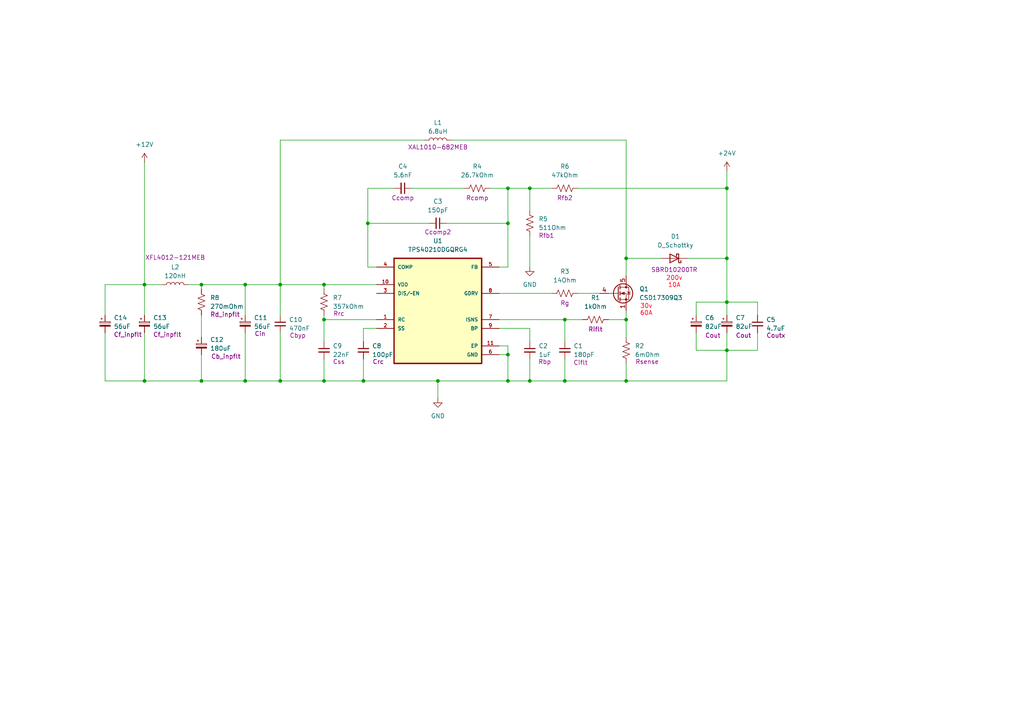
<source format=kicad_sch>
(kicad_sch (version 20231120) (generator "eeschema") (generator_version "8.0")
  (paper "A4")
  (lib_symbols
    (symbol "Device:C_Polarized_Small" (pin_numbers hide) (pin_names (offset 0.254) hide)
      (property "Reference" "C" (at 0.254 1.778 0))
      (property "Value" "C_Polarized_Small" (at 0.254 -2.032 0))
      (symbol "C_Polarized_Small_0_1"
        (rectangle (start -1.524 -0.3048) (end 1.524 -0.6858) (fill (type outline)))
        (rectangle (start -1.524 0.6858) (end 1.524 0.3048))
        (polyline (pts (xy -1.27 1.524) (xy -0.762 1.524)))
        (polyline (pts (xy -1.016 1.27) (xy -1.016 1.778)))
      )
      (symbol "C_Polarized_Small_1_1"
        (pin passive line (at 0 2.54 270) (length 1.8542) (name "~") (number "1"))
        (pin passive line (at 0 -2.54 90) (length 1.8542) (name "~") (number "2"))
      )
    )
    (symbol "Device:C_Small" (pin_numbers hide) (pin_names (offset 0.254) hide)
      (property "Reference" "C" (at 0.254 1.778 0))
      (property "Value" "C_Small" (at 0.254 -2.032 0))
      (symbol "C_Small_0_1"
        (polyline (pts (xy -1.524 -0.508) (xy 1.524 -0.508)) (stroke (width 0.3302)))
        (polyline (pts (xy -1.524 0.508) (xy 1.524 0.508)) (stroke (width 0.3048)))
      )
      (symbol "C_Small_1_1"
        (pin passive line (at 0 2.54 270) (length 2.032) (name "~") (number "1"))
        (pin passive line (at 0 -2.54 90) (length 2.032) (name "~") (number "2"))
      )
    )
    (symbol "Device:D_Schottky" (pin_numbers hide) (pin_names (offset 1.016) hide)
      (property "Reference" "D" (at 0 2.54 0))
      (property "Value" "D_Schottky" (at 0 -2.54 0))
      (symbol "D_Schottky_0_1"
        (polyline (pts (xy 1.27 0) (xy -1.27 0)))
        (polyline (pts (xy 1.27 1.27) (xy 1.27 -1.27) (xy -1.27 0) (xy 1.27 1.27)) (stroke (width 0.254)))
        (polyline (pts (xy -1.905 0.635) (xy -1.905 1.27) (xy -1.27 1.27) (xy -1.27 -1.27) (xy -0.635 -1.27) (xy -0.635 -0.635)) (stroke (width 0.254)))
      )
      (symbol "D_Schottky_1_1"
        (pin passive line (at -3.81 0 0) (length 2.54) (name "K") (number "1"))
        (pin passive line (at 3.81 0 180) (length 2.54) (name "A") (number "2"))
      )
    )
    (symbol "Device:L" (pin_numbers hide) (pin_names (offset 1.016) hide)
      (property "Reference" "L" (at -1.27 0 90))
      (property "Value" "L" (at 1.905 0 90))
      (symbol "L_0_1"
        (arc (start 0 -2.54) (mid 0.6323 -1.905) (end 0 -1.27))
        (arc (start 0 -1.27) (mid 0.6323 -0.635) (end 0 0))
        (arc (start 0 0) (mid 0.6323 0.635) (end 0 1.27))
        (arc (start 0 1.27) (mid 0.6323 1.905) (end 0 2.54))
      )
      (symbol "L_1_1"
        (pin passive line (at 0 3.81 270) (length 1.27) (name "1") (number "1"))
        (pin passive line (at 0 -3.81 90) (length 1.27) (name "2") (number "2"))
      )
    )
    (symbol "Device:R_US" (pin_numbers hide) (pin_names (offset 0))
      (property "Reference" "R" (at 2.54 0 90))
      (property "Value" "R_US" (at -2.54 0 90))
      (symbol "R_US_0_1"
        (polyline (pts (xy 0 -2.286) (xy 0 -2.54)))
        (polyline (pts (xy 0 2.286) (xy 0 2.54)))
        (polyline (pts (xy 0 -0.762) (xy 1.016 -1.143) (xy 0 -1.524) (xy -1.016 -1.905) (xy 0 -2.286)))
        (polyline (pts (xy 0 0.762) (xy 1.016 0.381) (xy 0 0) (xy -1.016 -0.381) (xy 0 -0.762)))
        (polyline (pts (xy 0 2.286) (xy 1.016 1.905) (xy 0 1.524) (xy -1.016 1.143) (xy 0 0.762)))
      )
      (symbol "R_US_1_1"
        (pin passive line (at 0 3.81 270) (length 1.27) (name "~") (number "1"))
        (pin passive line (at 0 -3.81 90) (length 1.27) (name "~") (number "2"))
      )
    )
    (symbol "TSP40210:TPS40210DGQRG4" (pin_names (offset 1.016))
      (property "Reference" "U" (at -12.7 16.24 0))
      (property "Value" "TPS40210DGQRG4" (at -12.7 -19.24 0))
      (symbol "TPS40210DGQRG4_0_0"
        (rectangle (start -12.7 -15.24) (end 12.7 15.24) (stroke (width 0.41)) (fill (type background)))
        (pin input line (at -17.78 -2.54 0) (length 5.08) (name "RC") (number "1"))
        (pin power_in line (at -17.78 7.62 0) (length 5.08) (name "VDD") (number "10"))
        (pin bidirectional line (at 17.78 -10.16 180) (length 5.08) (name "EP") (number "11"))
        (pin input line (at -17.78 -5.08 0) (length 5.08) (name "SS") (number "2"))
        (pin input line (at -17.78 5.08 0) (length 5.08) (name "DIS/~EN") (number "3"))
        (pin output line (at -17.78 12.7 0) (length 5.08) (name "COMP") (number "4"))
        (pin input line (at 17.78 12.7 180) (length 5.08) (name "FB") (number "5"))
        (pin power_in line (at 17.78 -12.7 180) (length 5.08) (name "GND") (number "6"))
        (pin input line (at 17.78 -2.54 180) (length 5.08) (name "ISNS") (number "7"))
        (pin output line (at 17.78 5.08 180) (length 5.08) (name "GDRV") (number "8"))
        (pin output line (at 17.78 -5.08 180) (length 5.08) (name "BP") (number "9"))
      )
    )
    (symbol "Transistor_FET:CSD17307Q5A" (pin_names hide)
      (property "Reference" "Q" (at 5.08 1.905 0))
      (property "Value" "CSD17307Q5A" (at 5.08 0 0))
      (symbol "CSD17307Q5A_0_1"
        (polyline (pts (xy 0.254 0) (xy -2.54 0)))
        (polyline (pts (xy 0.254 1.905) (xy 0.254 -1.905)) (stroke (width 0.254)))
        (polyline (pts (xy 0.762 -1.27) (xy 0.762 -2.286)) (stroke (width 0.254)))
        (polyline (pts (xy 0.762 0.508) (xy 0.762 -0.508)) (stroke (width 0.254)))
        (polyline (pts (xy 0.762 2.286) (xy 0.762 1.27)) (stroke (width 0.254)))
        (polyline (pts (xy 2.54 2.54) (xy 2.54 1.778)))
        (polyline (pts (xy 2.54 -2.54) (xy 2.54 0) (xy 0.762 0)))
        (polyline (pts (xy 0.762 -1.778) (xy 3.302 -1.778) (xy 3.302 1.778) (xy 0.762 1.778)))
        (polyline (pts (xy 1.016 0) (xy 2.032 0.381) (xy 2.032 -0.381) (xy 1.016 0)) (fill (type outline)))
        (polyline (pts (xy 2.794 0.508) (xy 2.921 0.381) (xy 3.683 0.381) (xy 3.81 0.254)))
        (polyline (pts (xy 3.302 0.381) (xy 2.921 -0.254) (xy 3.683 -0.254) (xy 3.302 0.381)))
        (circle (center 1.651 0) (radius 2.794) (stroke (width 0.254)))
        (circle (center 2.54 -1.778) (radius 0.254) (fill (type outline)))
        (circle (center 2.54 1.778) (radius 0.254) (fill (type outline)))
      )
      (symbol "CSD17307Q5A_1_1"
        (pin passive line (at 2.54 -5.08 90) (length 2.54) (name "S") (number "1"))
        (pin passive line (at 2.54 -5.08 90) (length 2.54) hide (name "S") (number "2"))
        (pin passive line (at 2.54 -5.08 90) (length 2.54) hide (name "S") (number "3"))
        (pin passive line (at -5.08 0 0) (length 2.54) (name "G") (number "4"))
        (pin passive line (at 2.54 5.08 270) (length 2.54) (name "D") (number "5"))
      )
    )
    (symbol "power:+12V" (power) (pin_numbers hide) (pin_names (offset 0) hide)
      (property "Value" "+12V" (at 0 3.556 0))
      (symbol "+12V_0_1"
        (polyline (pts (xy -0.762 1.27) (xy 0 2.54)))
        (polyline (pts (xy 0 0) (xy 0 2.54)))
        (polyline (pts (xy 0 2.54) (xy 0.762 1.27)))
      )
      (symbol "+12V_1_1"
        (pin power_in line (at 0 0 90) (length 0) (name "~") (number "1"))
      )
    )
    (symbol "power:+24V" (power) (pin_numbers hide) (pin_names (offset 0) hide)
      (property "Value" "+24V" (at 0 3.556 0))
      (symbol "+24V_0_1"
        (polyline (pts (xy -0.762 1.27) (xy 0 2.54)))
        (polyline (pts (xy 0 0) (xy 0 2.54)))
        (polyline (pts (xy 0 2.54) (xy 0.762 1.27)))
      )
      (symbol "+24V_1_1"
        (pin power_in line (at 0 0 90) (length 0) (name "~") (number "1"))
      )
    )
    (symbol "power:GND" (power) (pin_numbers hide) (pin_names (offset 0) hide)
      (property "Value" "GND" (at 0 -3.81 0))
      (symbol "GND_0_1"
        (polyline (pts (xy 0 0) (xy 0 -1.27) (xy 1.27 -1.27) (xy 0 -2.54) (xy -1.27 -1.27) (xy 0 -1.27)))
      )
      (symbol "GND_1_1"
        (pin power_in line (at 0 0 270) (length 0) (name "~") (number "1"))
      )
    )
  )
  (junction (at 210.82 74.93))
  (junction (at 147.32 64.77))
  (junction (at 181.61 74.93))
  (junction (at 181.61 92.71))
  (junction (at 93.98 92.71))
  (junction (at 81.28 82.55))
  (junction (at 210.82 87.63))
  (junction (at 181.61 110.49))
  (junction (at 163.83 92.71))
  (junction (at 153.67 110.49))
  (junction (at 71.12 110.49))
  (junction (at 147.32 102.87))
  (junction (at 58.42 110.49))
  (junction (at 106.68 64.77))
  (junction (at 163.83 110.49))
  (junction (at 71.12 82.55))
  (junction (at 147.32 54.61))
  (junction (at 41.91 110.49))
  (junction (at 127 110.49))
  (junction (at 210.82 101.6))
  (junction (at 58.42 82.55))
  (junction (at 81.28 110.49))
  (junction (at 93.98 110.49))
  (junction (at 41.91 82.55))
  (junction (at 147.32 110.49))
  (junction (at 210.82 54.61))
  (junction (at 93.98 82.55))
  (junction (at 105.41 110.49))
  (junction (at 153.67 54.61))
  (wire (pts (xy 30.48 110.49) (xy 41.91 110.49)))
  (wire (pts (xy 201.93 87.63) (xy 201.93 91.44)))
  (wire (pts (xy 127 115.57) (xy 127 110.49)))
  (wire (pts (xy 93.98 99.06) (xy 93.98 92.71)))
  (wire (pts (xy 106.68 54.61) (xy 106.68 64.77)))
  (wire (pts (xy 153.67 68.58) (xy 153.67 77.47)))
  (wire (pts (xy 219.71 87.63) (xy 210.82 87.63)))
  (wire (pts (xy 153.67 60.96) (xy 153.67 54.61)))
  (wire (pts (xy 210.82 54.61) (xy 210.82 74.93)))
  (wire (pts (xy 106.68 64.77) (xy 106.68 77.47)))
  (wire (pts (xy 210.82 91.44) (xy 210.82 87.63)))
  (wire (pts (xy 153.67 110.49) (xy 163.83 110.49)))
  (wire (pts (xy 181.61 92.71) (xy 181.61 97.79)))
  (wire (pts (xy 181.61 90.17) (xy 181.61 92.71)))
  (wire (pts (xy 147.32 110.49) (xy 153.67 110.49)))
  (wire (pts (xy 144.78 85.09) (xy 160.02 85.09)))
  (wire (pts (xy 58.42 102.87) (xy 58.42 110.49)))
  (wire (pts (xy 93.98 104.14) (xy 93.98 110.49)))
  (wire (pts (xy 147.32 54.61) (xy 147.32 64.77)))
  (wire (pts (xy 81.28 82.55) (xy 93.98 82.55)))
  (wire (pts (xy 105.41 99.06) (xy 105.41 95.25)))
  (wire (pts (xy 153.67 54.61) (xy 147.32 54.61)))
  (wire (pts (xy 93.98 91.44) (xy 93.98 92.71)))
  (wire (pts (xy 199.39 74.93) (xy 210.82 74.93)))
  (wire (pts (xy 163.83 92.71) (xy 168.91 92.71)))
  (wire (pts (xy 219.71 91.44) (xy 219.71 87.63)))
  (wire (pts (xy 181.61 110.49) (xy 163.83 110.49)))
  (wire (pts (xy 81.28 91.44) (xy 81.28 82.55)))
  (wire (pts (xy 93.98 92.71) (xy 109.22 92.71)))
  (wire (pts (xy 181.61 40.64) (xy 130.81 40.64)))
  (wire (pts (xy 58.42 82.55) (xy 71.12 82.55)))
  (wire (pts (xy 105.41 110.49) (xy 127 110.49)))
  (wire (pts (xy 81.28 96.52) (xy 81.28 110.49)))
  (wire (pts (xy 210.82 87.63) (xy 201.93 87.63)))
  (wire (pts (xy 93.98 82.55) (xy 93.98 83.82)))
  (wire (pts (xy 58.42 91.44) (xy 58.42 97.79)))
  (wire (pts (xy 41.91 82.55) (xy 46.99 82.55)))
  (wire (pts (xy 41.91 91.44) (xy 41.91 82.55)))
  (wire (pts (xy 201.93 101.6) (xy 210.82 101.6)))
  (wire (pts (xy 41.91 110.49) (xy 58.42 110.49)))
  (wire (pts (xy 153.67 54.61) (xy 160.02 54.61)))
  (wire (pts (xy 71.12 91.44) (xy 71.12 82.55)))
  (wire (pts (xy 144.78 92.71) (xy 163.83 92.71)))
  (wire (pts (xy 181.61 74.93) (xy 191.77 74.93)))
  (wire (pts (xy 109.22 82.55) (xy 93.98 82.55)))
  (wire (pts (xy 127 110.49) (xy 147.32 110.49)))
  (wire (pts (xy 163.83 92.71) (xy 163.83 99.06)))
  (wire (pts (xy 153.67 104.14) (xy 153.67 110.49)))
  (wire (pts (xy 201.93 96.52) (xy 201.93 101.6)))
  (wire (pts (xy 119.38 54.61) (xy 134.62 54.61)))
  (wire (pts (xy 147.32 102.87) (xy 144.78 102.87)))
  (wire (pts (xy 167.64 54.61) (xy 210.82 54.61)))
  (wire (pts (xy 114.3 54.61) (xy 106.68 54.61)))
  (wire (pts (xy 210.82 101.6) (xy 210.82 96.52)))
  (wire (pts (xy 41.91 96.52) (xy 41.91 110.49)))
  (wire (pts (xy 106.68 77.47) (xy 109.22 77.47)))
  (wire (pts (xy 153.67 95.25) (xy 144.78 95.25)))
  (wire (pts (xy 30.48 91.44) (xy 30.48 82.55)))
  (wire (pts (xy 176.53 92.71) (xy 181.61 92.71)))
  (wire (pts (xy 129.54 64.77) (xy 147.32 64.77)))
  (wire (pts (xy 163.83 104.14) (xy 163.83 110.49)))
  (wire (pts (xy 219.71 101.6) (xy 210.82 101.6)))
  (wire (pts (xy 41.91 46.99) (xy 41.91 82.55)))
  (wire (pts (xy 71.12 110.49) (xy 81.28 110.49)))
  (wire (pts (xy 210.82 110.49) (xy 181.61 110.49)))
  (wire (pts (xy 181.61 105.41) (xy 181.61 110.49)))
  (wire (pts (xy 147.32 100.33) (xy 147.32 102.87)))
  (wire (pts (xy 144.78 100.33) (xy 147.32 100.33)))
  (wire (pts (xy 105.41 95.25) (xy 109.22 95.25)))
  (wire (pts (xy 93.98 110.49) (xy 105.41 110.49)))
  (wire (pts (xy 147.32 77.47) (xy 144.78 77.47)))
  (wire (pts (xy 142.24 54.61) (xy 147.32 54.61)))
  (wire (pts (xy 210.82 74.93) (xy 210.82 87.63)))
  (wire (pts (xy 147.32 64.77) (xy 147.32 77.47)))
  (wire (pts (xy 71.12 82.55) (xy 81.28 82.55)))
  (wire (pts (xy 167.64 85.09) (xy 173.99 85.09)))
  (wire (pts (xy 81.28 40.64) (xy 81.28 82.55)))
  (wire (pts (xy 71.12 96.52) (xy 71.12 110.49)))
  (wire (pts (xy 210.82 49.53) (xy 210.82 54.61)))
  (wire (pts (xy 105.41 104.14) (xy 105.41 110.49)))
  (wire (pts (xy 219.71 96.52) (xy 219.71 101.6)))
  (wire (pts (xy 181.61 40.64) (xy 181.61 74.93)))
  (wire (pts (xy 58.42 110.49) (xy 71.12 110.49)))
  (wire (pts (xy 58.42 82.55) (xy 58.42 83.82)))
  (wire (pts (xy 81.28 110.49) (xy 93.98 110.49)))
  (wire (pts (xy 30.48 82.55) (xy 41.91 82.55)))
  (wire (pts (xy 30.48 96.52) (xy 30.48 110.49)))
  (wire (pts (xy 147.32 110.49) (xy 147.32 102.87)))
  (wire (pts (xy 210.82 101.6) (xy 210.82 110.49)))
  (wire (pts (xy 123.19 40.64) (xy 81.28 40.64)))
  (wire (pts (xy 54.61 82.55) (xy 58.42 82.55)))
  (wire (pts (xy 181.61 80.01) (xy 181.61 74.93)))
  (wire (pts (xy 106.68 64.77) (xy 124.46 64.77)))
  (wire (pts (xy 153.67 99.06) (xy 153.67 95.25)))
  (text "200v\n10A" (at 195.58 81.788 0) (effects (font (size 1.27 1.27))))
  (text "30v\n60A" (at 187.452 89.916 0) (effects (font (size 1.27 1.27))))
  (symbol (lib_id "power:GND") (at 153.67 77.47 0) (unit 1)
    (property "Reference" "#PWR02" (effects (hide yes)))
    (property "Value" "GND" (at 153.67 82.55 0))
    (property "Description" "Power symbol creates a global label with name \"GND\" , ground" (effects (hide yes)))
  )
  (symbol (lib_id "Device:C_Small") (at 105.41 101.6 0) (unit 1)
    (property "Reference" "C8" (at 107.95 100.3362 0) (effects (justify left)))
    (property "Value" "100pF" (at 107.95 102.8762 0) (effects (justify left)))
    (property "Footprint" "Capacitor_SMD:C_0805_2012Metric" (effects (hide yes)))
    (property "Description" "Crc" (at 109.728 104.902 0))
  )
  (symbol (lib_id "Transistor_FET:CSD17307Q5A") (at 179.07 85.09 0) (unit 1)
    (property "Reference" "Q1" (at 185.42 83.8199 0) (effects (justify left)))
    (property "Value" "CSD17309Q3" (at 185.42 86.3599 0) (effects (justify left)))
    (property "Footprint" "Package_TO_SOT_SMD:TDSON-8-1" (effects (hide yes)))
    (property "Datasheet" "http://www.ti.com/lit/gpn/csd17307q5a" (effects (hide yes)))
    (property "Description" "100A Id, 30V Vds, NexFET N-Channel Power MOSFET, 12.1mOhm Ron, 4nC Qg(typ), SON8 5x6mm" (effects (hide yes)))
  )
  (symbol (lib_id "Device:R_US") (at 58.42 87.63 180) (unit 1)
    (property "Reference" "R8" (at 60.96 86.3599 0) (effects (justify right)))
    (property "Value" "270mOhm" (at 60.96 88.8999 0) (effects (justify right)))
    (property "Footprint" "Resistor_SMD:R_0603_1608Metric" (effects (hide yes)))
    (property "Description" "Rd_inpflt" (at 65.278 91.186 0))
  )
  (symbol (lib_id "Device:R_US") (at 93.98 87.63 180) (unit 1)
    (property "Reference" "R7" (at 96.52 86.3599 0) (effects (justify right)))
    (property "Value" "357kOhm" (at 96.52 88.8999 0) (effects (justify right)))
    (property "Footprint" "Capacitor_SMD:C_0402_1005Metric" (effects (hide yes)))
    (property "Description" "Rrc" (at 98.298 90.932 0))
  )
  (symbol (lib_id "Device:C_Polarized_Small") (at 210.82 93.98 0) (unit 1)
    (property "Reference" "C7" (at 213.36 92.1638 0) (effects (justify left)))
    (property "Value" "82uF" (at 213.36 94.7038 0) (effects (justify left)))
    (property "Footprint" "Capacitor_SMD:CP_Elec_8x11.9" (effects (hide yes)))
    (property "Description" "Cout" (at 215.646 97.282 0))
  )
  (symbol (lib_id "Device:C_Small") (at 163.83 101.6 0) (unit 1)
    (property "Reference" "C1" (at 166.37 100.3362 0) (effects (justify left)))
    (property "Value" "180pF" (at 166.37 102.8762 0) (effects (justify left)))
    (property "Footprint" "Capacitor_SMD:C_0805_2012Metric" (effects (hide yes)))
    (property "Description" "Ciflt" (at 168.402 105.156 0))
  )
  (symbol (lib_id "Device:C_Polarized_Small") (at 41.91 93.98 0) (unit 1)
    (property "Reference" "C13" (at 44.45 92.1638 0) (effects (justify left)))
    (property "Value" "56uF" (at 44.45 94.7038 0) (effects (justify left)))
    (property "Footprint" "Capacitor_SMD:CP_Elec_5x5.9" (effects (hide yes)))
    (property "Description" "Cf_inpflt" (at 48.514 97.028 0))
  )
  (symbol (lib_id "Device:C_Polarized_Small") (at 71.12 93.98 0) (unit 1)
    (property "Reference" "C11" (at 73.66 92.1638 0) (effects (justify left)))
    (property "Value" "56uF" (at 73.66 94.7038 0) (effects (justify left)))
    (property "Footprint" "Capacitor_SMD:CP_Elec_6.3x5.8" (effects (hide yes)))
    (property "Description" "Cin" (at 75.438 96.774 0))
  )
  (symbol (lib_id "Device:L") (at 127 40.64 90) (unit 1)
    (property "Reference" "L1" (at 127 35.56 90))
    (property "Value" "6.8uH" (at 127 38.1 90))
    (property "Footprint" "Inductor_SMD:L_Coilcraft_XAL1010-XXX" (effects (hide yes)))
    (property "Description" "XAL1010-682MEB" (at 127 42.672 90))
  )
  (symbol (lib_id "Device:C_Polarized_Small") (at 201.93 93.98 0) (unit 1)
    (property "Reference" "C6" (at 204.47 92.1638 0) (effects (justify left)))
    (property "Value" "82uF" (at 204.47 94.7038 0) (effects (justify left)))
    (property "Footprint" "Capacitor_SMD:CP_Elec_8x11.9" (effects (hide yes)))
    (property "Description" "Cout" (at 206.756 97.282 0))
  )
  (symbol (lib_id "Device:R_US") (at 172.72 92.71 90) (unit 1)
    (property "Reference" "R1" (at 172.72 86.36 90))
    (property "Value" "1kOhm" (at 172.72 88.9 90))
    (property "Footprint" "Resistor_SMD:R_0402_1005Metric" (effects (hide yes)))
    (property "Description" "Riflt" (at 172.72 95.504 90))
  )
  (symbol (lib_id "Device:R_US") (at 163.83 54.61 270) (unit 1)
    (property "Reference" "R6" (at 163.83 48.26 90))
    (property "Value" "47kOhm" (at 163.83 50.8 90))
    (property "Footprint" "Resistor_SMD:R_0603_1608Metric_Pad0.98x0.95mm_HandSolder" (effects (hide yes)))
    (property "Description" "Rfb2" (at 163.83 57.404 90))
  )
  (symbol (lib_id "Device:C_Small") (at 153.67 101.6 0) (unit 1)
    (property "Reference" "C2" (at 156.21 100.3362 0) (effects (justify left)))
    (property "Value" "1uF" (at 156.21 102.8762 0) (effects (justify left)))
    (property "Footprint" "Capacitor_SMD:C_0603_1608Metric" (effects (hide yes)))
    (property "Description" "Rbp" (at 157.988 104.902 0))
  )
  (symbol (lib_id "Device:L") (at 50.8 82.55 90) (unit 1)
    (property "Reference" "L2" (at 50.8 77.47 90))
    (property "Value" "120nH" (at 50.8 80.01 90))
    (property "Footprint" "Inductor_SMD:L_Changjiang_FNR4012S" (effects (hide yes)))
    (property "Description" "XFL4012-121MEB" (at 50.8 74.676 90))
  )
  (symbol (lib_id "power:+24V") (at 210.82 49.53 0) (unit 1)
    (property "Reference" "#PWR03" (effects (hide yes)))
    (property "Value" "+24V" (at 210.82 44.45 0))
    (property "Description" "Power symbol creates a global label with name \"+24V\"" (effects (hide yes)))
  )
  (symbol (lib_id "Device:C_Small") (at 81.28 93.98 0) (unit 1)
    (property "Reference" "C10" (at 83.82 92.7162 0) (effects (justify left)))
    (property "Value" "470nF" (at 83.82 95.2562 0) (effects (justify left)))
    (property "Footprint" "Capacitor_SMD:C_0805_2012Metric" (effects (hide yes)))
    (property "Description" "Cbyp" (at 86.36 97.282 0))
  )
  (symbol (lib_id "TSP40210:TPS40210DGQRG4") (at 127 90.17 0) (unit 1)
    (property "Reference" "U1" (at 127 69.85 0))
    (property "Value" "TPS40210DGQRG4" (at 127 72.39 0))
    (property "Footprint" "TPS40210:IC_XTR111AIDGQR" (effects (hide yes)))
    (property "MF" "Texas Instruments" (effects (hide yes)))
    (property "Description_1" "\n4.5~52V Wide Input Range Boost/SEPIC/Flyback DC-DC Controller 10-HVSSOP -40 to 125\n" (effects (hide yes)))
    (property "Package" "HVSSOP-10 Texas Instruments" (effects (hide yes)))
    (property "Price" "None" (effects (hide yes)))
    (property "SnapEDA_Link" "https://www.snapeda.com/parts/TPS40210DGQRG4/Texas+Instruments/view-part/?ref=snap" (effects (hide yes)))
    (property "MP" "TPS40210DGQRG4" (effects (hide yes)))
    (property "Availability" "In Stock" (effects (hide yes)))
    (property "Check_prices" "https://www.snapeda.com/parts/TPS40210DGQRG4/Texas+Instruments/view-part/?ref=eda" (effects (hide yes)))
  )
  (symbol (lib_id "power:GND") (at 127 115.57 0) (unit 1)
    (property "Reference" "#PWR01" (effects (hide yes)))
    (property "Value" "GND" (at 127 120.65 0))
    (property "Description" "Power symbol creates a global label with name \"GND\" , ground" (effects (hide yes)))
  )
  (symbol (lib_id "Device:C_Small") (at 93.98 101.6 0) (unit 1)
    (property "Reference" "C9" (at 96.52 100.3362 0) (effects (justify left)))
    (property "Value" "22nF" (at 96.52 102.8762 0) (effects (justify left)))
    (property "Footprint" "Capacitor_SMD:C_0805_2012Metric" (effects (hide yes)))
    (property "Description" "Css" (at 98.298 104.902 0))
  )
  (symbol (lib_id "Device:C_Polarized_Small") (at 30.48 93.98 0) (unit 1)
    (property "Reference" "C14" (at 33.02 92.1638 0) (effects (justify left)))
    (property "Value" "56uF" (at 33.02 94.7038 0) (effects (justify left)))
    (property "Footprint" "Capacitor_SMD:CP_Elec_5x5.9" (effects (hide yes)))
    (property "Description" "Cf_inpflt" (at 37.084 97.028 0))
  )
  (symbol (lib_id "Device:C_Small") (at 219.71 93.98 0) (unit 1)
    (property "Reference" "C5" (at 222.25 92.7162 0) (effects (justify left)))
    (property "Value" "4.7uF" (at 222.25 95.2562 0) (effects (justify left)))
    (property "Footprint" "Capacitor_SMD:C_0805_2012Metric" (effects (hide yes)))
    (property "Description" "Coutx" (at 225.044 97.282 0))
  )
  (symbol (lib_id "Device:R_US") (at 163.83 85.09 90) (unit 1)
    (property "Reference" "R3" (at 163.83 78.74 90))
    (property "Value" "14Ohm" (at 163.83 81.28 90))
    (property "Footprint" "Resistor_SMD:R_0402_1005Metric" (effects (hide yes)))
    (property "Description" "Rg" (at 163.83 87.884 90))
  )
  (symbol (lib_id "Device:C_Polarized_Small") (at 58.42 100.33 0) (unit 1)
    (property "Reference" "C12" (at 60.96 98.5138 0) (effects (justify left)))
    (property "Value" "180uF" (at 60.96 101.0538 0) (effects (justify left)))
    (property "Footprint" "Capacitor_SMD:CP_Elec_8x6.9" (effects (hide yes)))
    (property "Description" "Cb_inpflt" (at 65.532 103.378 0))
  )
  (symbol (lib_id "Device:R_US") (at 153.67 64.77 180) (unit 1)
    (property "Reference" "R5" (at 156.21 63.4999 0) (effects (justify right)))
    (property "Value" "511Ohm" (at 156.21 66.0399 0) (effects (justify right)))
    (property "Footprint" "Resistor_SMD:R_0402_1005Metric" (effects (hide yes)))
    (property "Description" "Rfb1" (at 158.496 68.326 0))
  )
  (symbol (lib_id "power:+12V") (at 41.91 46.99 0) (unit 1)
    (property "Reference" "#PWR04" (effects (hide yes)))
    (property "Value" "+12V" (at 41.91 41.91 0))
    (property "Description" "Power symbol creates a global label with name \"+12V\"" (effects (hide yes)))
  )
  (symbol (lib_id "Device:R_US") (at 138.43 54.61 90) (unit 1)
    (property "Reference" "R4" (at 138.43 48.26 90))
    (property "Value" "26.7kOhm" (at 138.43 50.8 90))
    (property "Footprint" "Resistor_SMD:R_0402_1005Metric" (effects (hide yes)))
    (property "Description" "Rcomp" (at 138.43 57.404 90))
  )
  (symbol (lib_id "Device:C_Small") (at 127 64.77 270) (unit 1)
    (property "Reference" "C3" (at 126.9936 58.42 90))
    (property "Value" "150pF" (at 126.9936 60.96 90))
    (property "Footprint" "Capacitor_SMD:C_0402_1005Metric" (effects (hide yes)))
    (property "Description" "Ccomp2" (at 127 67.31 90))
  )
  (symbol (lib_id "Device:C_Small") (at 116.84 54.61 270) (unit 1)
    (property "Reference" "C4" (at 116.8336 48.26 90))
    (property "Value" "5.6nF" (at 116.8336 50.8 90))
    (property "Footprint" "Capacitor_SMD:C_0805_2012Metric" (effects (hide yes)))
    (property "Description" "Ccomp" (at 116.84 57.404 90))
  )
  (symbol (lib_id "Device:R_US") (at 181.61 101.6 180) (unit 1)
    (property "Reference" "R2" (at 184.15 100.3299 0) (effects (justify right)))
    (property "Value" "6mOhm" (at 184.15 102.8699 0) (effects (justify right)))
    (property "Footprint" "Resistor_SMD:R_0612_1632Metric" (effects (hide yes)))
    (property "Description" "Rsense" (at 187.706 104.902 0))
  )
  (symbol (lib_id "Device:D_Schottky") (at 195.58 74.93 180) (unit 1)
    (property "Reference" "D1" (at 195.8975 68.58 0))
    (property "Value" "D_Schottky" (at 195.8975 71.12 0))
    (property "Footprint" "Package_TO_SOT_SMD:TO-252-2" (effects (hide yes)))
    (property "Description" "SBRD10200TR" (at 195.58 78.232 0))
  )
)
</source>
